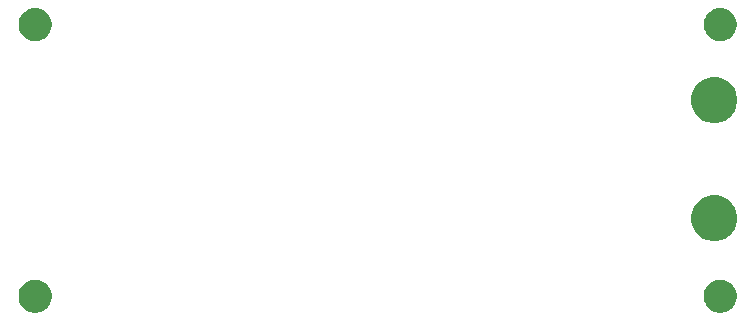
<source format=gbr>
G04 #@! TF.GenerationSoftware,KiCad,Pcbnew,5.1.0*
G04 #@! TF.CreationDate,2019-12-31T07:13:36-05:00*
G04 #@! TF.ProjectId,Capacitive_Touch_Lid,43617061-6369-4746-9976-655f546f7563,rev?*
G04 #@! TF.SameCoordinates,Original*
G04 #@! TF.FileFunction,Soldermask,Bot*
G04 #@! TF.FilePolarity,Negative*
%FSLAX46Y46*%
G04 Gerber Fmt 4.6, Leading zero omitted, Abs format (unit mm)*
G04 Created by KiCad (PCBNEW 5.1.0) date 2019-12-31 07:13:36*
%MOMM*%
%LPD*%
G04 APERTURE LIST*
%ADD10C,0.100000*%
G04 APERTURE END LIST*
D10*
G36*
X144318433Y-103234893D02*
G01*
X144408657Y-103252839D01*
X144514267Y-103296585D01*
X144663621Y-103358449D01*
X144663622Y-103358450D01*
X144893086Y-103511772D01*
X145088228Y-103706914D01*
X145190675Y-103860237D01*
X145241551Y-103936379D01*
X145347161Y-104191344D01*
X145401000Y-104462012D01*
X145401000Y-104737988D01*
X145347161Y-105008656D01*
X145241551Y-105263621D01*
X145241550Y-105263622D01*
X145088228Y-105493086D01*
X144893086Y-105688228D01*
X144739763Y-105790675D01*
X144663621Y-105841551D01*
X144514267Y-105903415D01*
X144408657Y-105947161D01*
X144318433Y-105965107D01*
X144137988Y-106001000D01*
X143862012Y-106001000D01*
X143681567Y-105965107D01*
X143591343Y-105947161D01*
X143485733Y-105903415D01*
X143336379Y-105841551D01*
X143260237Y-105790675D01*
X143106914Y-105688228D01*
X142911772Y-105493086D01*
X142758450Y-105263622D01*
X142758449Y-105263621D01*
X142652839Y-105008656D01*
X142599000Y-104737988D01*
X142599000Y-104462012D01*
X142652839Y-104191344D01*
X142758449Y-103936379D01*
X142809325Y-103860237D01*
X142911772Y-103706914D01*
X143106914Y-103511772D01*
X143336378Y-103358450D01*
X143336379Y-103358449D01*
X143485733Y-103296585D01*
X143591343Y-103252839D01*
X143681567Y-103234893D01*
X143862012Y-103199000D01*
X144137988Y-103199000D01*
X144318433Y-103234893D01*
X144318433Y-103234893D01*
G37*
G36*
X86318433Y-103234893D02*
G01*
X86408657Y-103252839D01*
X86514267Y-103296585D01*
X86663621Y-103358449D01*
X86663622Y-103358450D01*
X86893086Y-103511772D01*
X87088228Y-103706914D01*
X87190675Y-103860237D01*
X87241551Y-103936379D01*
X87347161Y-104191344D01*
X87401000Y-104462012D01*
X87401000Y-104737988D01*
X87347161Y-105008656D01*
X87241551Y-105263621D01*
X87241550Y-105263622D01*
X87088228Y-105493086D01*
X86893086Y-105688228D01*
X86739763Y-105790675D01*
X86663621Y-105841551D01*
X86514267Y-105903415D01*
X86408657Y-105947161D01*
X86318433Y-105965107D01*
X86137988Y-106001000D01*
X85862012Y-106001000D01*
X85681567Y-105965107D01*
X85591343Y-105947161D01*
X85485733Y-105903415D01*
X85336379Y-105841551D01*
X85260237Y-105790675D01*
X85106914Y-105688228D01*
X84911772Y-105493086D01*
X84758450Y-105263622D01*
X84758449Y-105263621D01*
X84652839Y-105008656D01*
X84599000Y-104737988D01*
X84599000Y-104462012D01*
X84652839Y-104191344D01*
X84758449Y-103936379D01*
X84809325Y-103860237D01*
X84911772Y-103706914D01*
X85106914Y-103511772D01*
X85336378Y-103358450D01*
X85336379Y-103358449D01*
X85485733Y-103296585D01*
X85591343Y-103252839D01*
X85681567Y-103234893D01*
X85862012Y-103199000D01*
X86137988Y-103199000D01*
X86318433Y-103234893D01*
X86318433Y-103234893D01*
G37*
G36*
X144069085Y-96123975D02*
G01*
X144424143Y-96271045D01*
X144424145Y-96271046D01*
X144743690Y-96484559D01*
X145015441Y-96756310D01*
X145228954Y-97075855D01*
X145228955Y-97075857D01*
X145376025Y-97430915D01*
X145451000Y-97807842D01*
X145451000Y-98192158D01*
X145376025Y-98569085D01*
X145228955Y-98924143D01*
X145228954Y-98924145D01*
X145015441Y-99243690D01*
X144743690Y-99515441D01*
X144424145Y-99728954D01*
X144424144Y-99728955D01*
X144424143Y-99728955D01*
X144069085Y-99876025D01*
X143692158Y-99951000D01*
X143307842Y-99951000D01*
X142930915Y-99876025D01*
X142575857Y-99728955D01*
X142575856Y-99728955D01*
X142575855Y-99728954D01*
X142256310Y-99515441D01*
X141984559Y-99243690D01*
X141771046Y-98924145D01*
X141771045Y-98924143D01*
X141623975Y-98569085D01*
X141549000Y-98192158D01*
X141549000Y-97807842D01*
X141623975Y-97430915D01*
X141771045Y-97075857D01*
X141771046Y-97075855D01*
X141984559Y-96756310D01*
X142256310Y-96484559D01*
X142575855Y-96271046D01*
X142575857Y-96271045D01*
X142930915Y-96123975D01*
X143307842Y-96049000D01*
X143692158Y-96049000D01*
X144069085Y-96123975D01*
X144069085Y-96123975D01*
G37*
G36*
X144069085Y-86123975D02*
G01*
X144424143Y-86271045D01*
X144424145Y-86271046D01*
X144743690Y-86484559D01*
X145015441Y-86756310D01*
X145228954Y-87075855D01*
X145228955Y-87075857D01*
X145376025Y-87430915D01*
X145451000Y-87807842D01*
X145451000Y-88192158D01*
X145376025Y-88569085D01*
X145228955Y-88924143D01*
X145228954Y-88924145D01*
X145015441Y-89243690D01*
X144743690Y-89515441D01*
X144424145Y-89728954D01*
X144424144Y-89728955D01*
X144424143Y-89728955D01*
X144069085Y-89876025D01*
X143692158Y-89951000D01*
X143307842Y-89951000D01*
X142930915Y-89876025D01*
X142575857Y-89728955D01*
X142575856Y-89728955D01*
X142575855Y-89728954D01*
X142256310Y-89515441D01*
X141984559Y-89243690D01*
X141771046Y-88924145D01*
X141771045Y-88924143D01*
X141623975Y-88569085D01*
X141549000Y-88192158D01*
X141549000Y-87807842D01*
X141623975Y-87430915D01*
X141771045Y-87075857D01*
X141771046Y-87075855D01*
X141984559Y-86756310D01*
X142256310Y-86484559D01*
X142575855Y-86271046D01*
X142575857Y-86271045D01*
X142930915Y-86123975D01*
X143307842Y-86049000D01*
X143692158Y-86049000D01*
X144069085Y-86123975D01*
X144069085Y-86123975D01*
G37*
G36*
X144318433Y-80234893D02*
G01*
X144408657Y-80252839D01*
X144514267Y-80296585D01*
X144663621Y-80358449D01*
X144663622Y-80358450D01*
X144893086Y-80511772D01*
X145088228Y-80706914D01*
X145190675Y-80860237D01*
X145241551Y-80936379D01*
X145347161Y-81191344D01*
X145401000Y-81462012D01*
X145401000Y-81737988D01*
X145347161Y-82008656D01*
X145241551Y-82263621D01*
X145241550Y-82263622D01*
X145088228Y-82493086D01*
X144893086Y-82688228D01*
X144739763Y-82790675D01*
X144663621Y-82841551D01*
X144514267Y-82903415D01*
X144408657Y-82947161D01*
X144318433Y-82965107D01*
X144137988Y-83001000D01*
X143862012Y-83001000D01*
X143681567Y-82965107D01*
X143591343Y-82947161D01*
X143485733Y-82903415D01*
X143336379Y-82841551D01*
X143260237Y-82790675D01*
X143106914Y-82688228D01*
X142911772Y-82493086D01*
X142758450Y-82263622D01*
X142758449Y-82263621D01*
X142652839Y-82008656D01*
X142599000Y-81737988D01*
X142599000Y-81462012D01*
X142652839Y-81191344D01*
X142758449Y-80936379D01*
X142809325Y-80860237D01*
X142911772Y-80706914D01*
X143106914Y-80511772D01*
X143336378Y-80358450D01*
X143336379Y-80358449D01*
X143485733Y-80296585D01*
X143591343Y-80252839D01*
X143681567Y-80234893D01*
X143862012Y-80199000D01*
X144137988Y-80199000D01*
X144318433Y-80234893D01*
X144318433Y-80234893D01*
G37*
G36*
X86318433Y-80234893D02*
G01*
X86408657Y-80252839D01*
X86514267Y-80296585D01*
X86663621Y-80358449D01*
X86663622Y-80358450D01*
X86893086Y-80511772D01*
X87088228Y-80706914D01*
X87190675Y-80860237D01*
X87241551Y-80936379D01*
X87347161Y-81191344D01*
X87401000Y-81462012D01*
X87401000Y-81737988D01*
X87347161Y-82008656D01*
X87241551Y-82263621D01*
X87241550Y-82263622D01*
X87088228Y-82493086D01*
X86893086Y-82688228D01*
X86739763Y-82790675D01*
X86663621Y-82841551D01*
X86514267Y-82903415D01*
X86408657Y-82947161D01*
X86318433Y-82965107D01*
X86137988Y-83001000D01*
X85862012Y-83001000D01*
X85681567Y-82965107D01*
X85591343Y-82947161D01*
X85485733Y-82903415D01*
X85336379Y-82841551D01*
X85260237Y-82790675D01*
X85106914Y-82688228D01*
X84911772Y-82493086D01*
X84758450Y-82263622D01*
X84758449Y-82263621D01*
X84652839Y-82008656D01*
X84599000Y-81737988D01*
X84599000Y-81462012D01*
X84652839Y-81191344D01*
X84758449Y-80936379D01*
X84809325Y-80860237D01*
X84911772Y-80706914D01*
X85106914Y-80511772D01*
X85336378Y-80358450D01*
X85336379Y-80358449D01*
X85485733Y-80296585D01*
X85591343Y-80252839D01*
X85681567Y-80234893D01*
X85862012Y-80199000D01*
X86137988Y-80199000D01*
X86318433Y-80234893D01*
X86318433Y-80234893D01*
G37*
M02*

</source>
